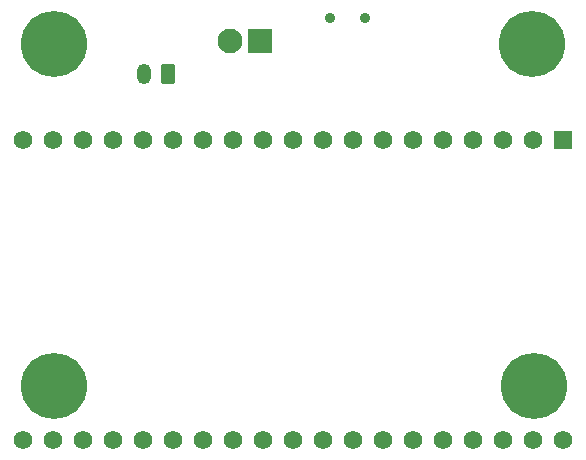
<source format=gbr>
%TF.GenerationSoftware,KiCad,Pcbnew,(6.0.8)*%
%TF.CreationDate,2023-01-25T20:09:53-08:00*%
%TF.ProjectId,GN-ESSP32,474e2d45-5353-4503-9332-2e6b69636164,rev?*%
%TF.SameCoordinates,Original*%
%TF.FileFunction,Soldermask,Bot*%
%TF.FilePolarity,Negative*%
%FSLAX46Y46*%
G04 Gerber Fmt 4.6, Leading zero omitted, Abs format (unit mm)*
G04 Created by KiCad (PCBNEW (6.0.8)) date 2023-01-25 20:09:53*
%MOMM*%
%LPD*%
G01*
G04 APERTURE LIST*
G04 Aperture macros list*
%AMRoundRect*
0 Rectangle with rounded corners*
0 $1 Rounding radius*
0 $2 $3 $4 $5 $6 $7 $8 $9 X,Y pos of 4 corners*
0 Add a 4 corners polygon primitive as box body*
4,1,4,$2,$3,$4,$5,$6,$7,$8,$9,$2,$3,0*
0 Add four circle primitives for the rounded corners*
1,1,$1+$1,$2,$3*
1,1,$1+$1,$4,$5*
1,1,$1+$1,$6,$7*
1,1,$1+$1,$8,$9*
0 Add four rect primitives between the rounded corners*
20,1,$1+$1,$2,$3,$4,$5,0*
20,1,$1+$1,$4,$5,$6,$7,0*
20,1,$1+$1,$6,$7,$8,$9,0*
20,1,$1+$1,$8,$9,$2,$3,0*%
G04 Aperture macros list end*
%ADD10RoundRect,0.250000X0.350000X0.625000X-0.350000X0.625000X-0.350000X-0.625000X0.350000X-0.625000X0*%
%ADD11O,1.200000X1.750000*%
%ADD12R,1.560000X1.560000*%
%ADD13C,1.560000*%
%ADD14R,2.100000X2.100000*%
%ADD15C,2.100000*%
%ADD16C,3.600000*%
%ADD17C,5.600000*%
%ADD18C,0.900000*%
G04 APERTURE END LIST*
D10*
%TO.C,J5*%
X151892000Y-82804000D03*
D11*
X149892000Y-82804000D03*
%TD*%
D12*
%TO.C,U4*%
X185368000Y-88392000D03*
D13*
X182828000Y-88392000D03*
X180288000Y-88392000D03*
X177748000Y-88392000D03*
X175208000Y-88392000D03*
X172668000Y-88392000D03*
X170128000Y-88392000D03*
X167588000Y-88392000D03*
X165048000Y-88392000D03*
X162508000Y-88392000D03*
X159968000Y-88392000D03*
X157428000Y-88392000D03*
X154888000Y-88392000D03*
X152348000Y-88392000D03*
X149808000Y-88392000D03*
X147268000Y-88392000D03*
X144728000Y-88392000D03*
X142188000Y-88392000D03*
X139648000Y-88392000D03*
X185368000Y-113792000D03*
X182828000Y-113792000D03*
X180288000Y-113792000D03*
X177748000Y-113792000D03*
X175208000Y-113792000D03*
X172668000Y-113792000D03*
X170128000Y-113792000D03*
X167588000Y-113792000D03*
X165048000Y-113792000D03*
X162508000Y-113792000D03*
X159968000Y-113792000D03*
X157428000Y-113792000D03*
X154888000Y-113792000D03*
X152348000Y-113792000D03*
X149808000Y-113792000D03*
X147268000Y-113792000D03*
X144728000Y-113792000D03*
X142188000Y-113792000D03*
X139648000Y-113792000D03*
%TD*%
D14*
%TO.C,J4*%
X159737596Y-80010000D03*
D15*
X157197596Y-80010000D03*
%TD*%
D16*
%TO.C,H2*%
X182880000Y-109220000D03*
D17*
X182880000Y-109220000D03*
%TD*%
%TO.C,H1*%
X182705682Y-80264000D03*
D16*
X182705682Y-80264000D03*
%TD*%
D18*
%TO.C,SW1*%
X165603596Y-78070024D03*
X168603596Y-78070024D03*
%TD*%
D17*
%TO.C,H3*%
X142240000Y-109220000D03*
D16*
X142240000Y-109220000D03*
%TD*%
D17*
%TO.C,H4*%
X142240000Y-80264000D03*
D16*
X142240000Y-80264000D03*
%TD*%
M02*

</source>
